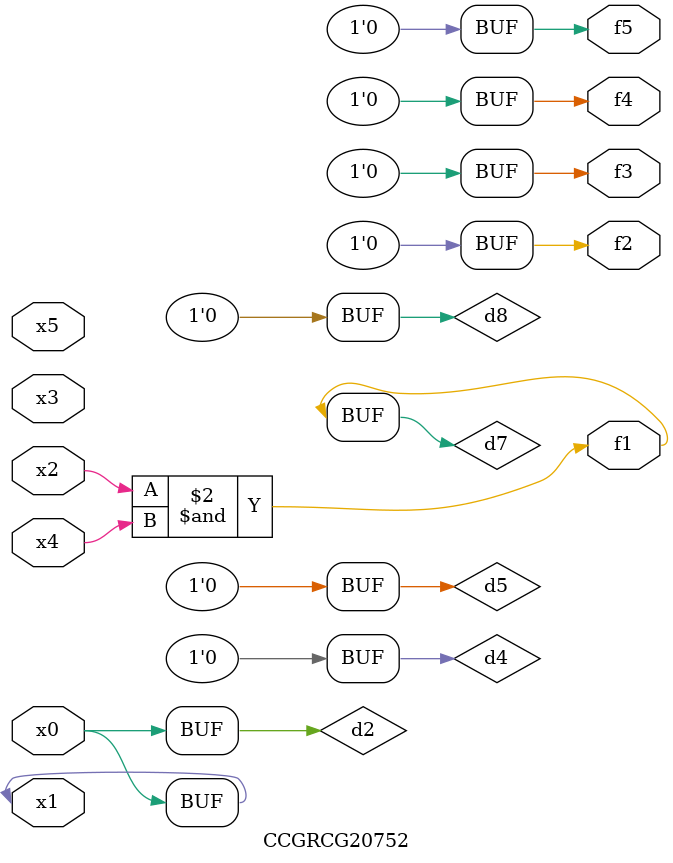
<source format=v>
module CCGRCG20752(
	input x0, x1, x2, x3, x4, x5,
	output f1, f2, f3, f4, f5
);

	wire d1, d2, d3, d4, d5, d6, d7, d8, d9;

	nand (d1, x1);
	buf (d2, x0, x1);
	nand (d3, x2, x4);
	and (d4, d1, d2);
	and (d5, d1, d2);
	nand (d6, d1, d3);
	not (d7, d3);
	xor (d8, d5);
	nor (d9, d5, d6);
	assign f1 = d7;
	assign f2 = d8;
	assign f3 = d8;
	assign f4 = d8;
	assign f5 = d8;
endmodule

</source>
